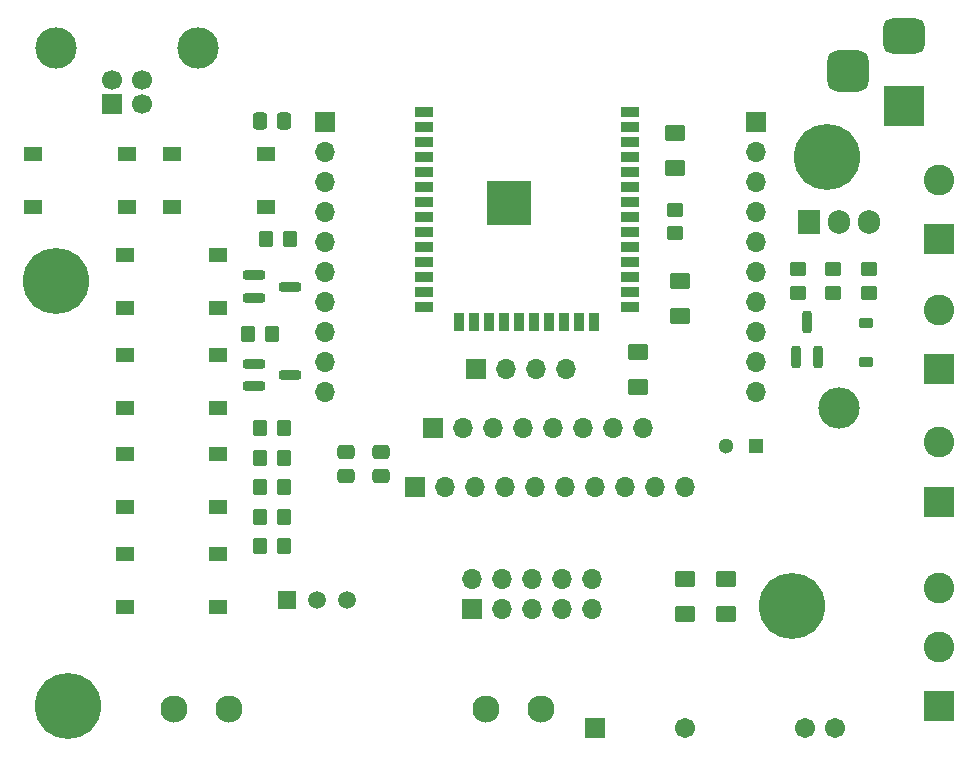
<source format=gbr>
%TF.GenerationSoftware,KiCad,Pcbnew,8.0.3*%
%TF.CreationDate,2024-06-29T17:40:48+07:00*%
%TF.ProjectId,solder-reflow,736f6c64-6572-42d7-9265-666c6f772e6b,rev?*%
%TF.SameCoordinates,Original*%
%TF.FileFunction,Soldermask,Top*%
%TF.FilePolarity,Negative*%
%FSLAX46Y46*%
G04 Gerber Fmt 4.6, Leading zero omitted, Abs format (unit mm)*
G04 Created by KiCad (PCBNEW 8.0.3) date 2024-06-29 17:40:48*
%MOMM*%
%LPD*%
G01*
G04 APERTURE LIST*
G04 Aperture macros list*
%AMRoundRect*
0 Rectangle with rounded corners*
0 $1 Rounding radius*
0 $2 $3 $4 $5 $6 $7 $8 $9 X,Y pos of 4 corners*
0 Add a 4 corners polygon primitive as box body*
4,1,4,$2,$3,$4,$5,$6,$7,$8,$9,$2,$3,0*
0 Add four circle primitives for the rounded corners*
1,1,$1+$1,$2,$3*
1,1,$1+$1,$4,$5*
1,1,$1+$1,$6,$7*
1,1,$1+$1,$8,$9*
0 Add four rect primitives between the rounded corners*
20,1,$1+$1,$2,$3,$4,$5,0*
20,1,$1+$1,$4,$5,$6,$7,0*
20,1,$1+$1,$6,$7,$8,$9,0*
20,1,$1+$1,$8,$9,$2,$3,0*%
G04 Aperture macros list end*
%ADD10RoundRect,0.250001X-0.624999X0.462499X-0.624999X-0.462499X0.624999X-0.462499X0.624999X0.462499X0*%
%ADD11RoundRect,0.250000X0.350000X0.450000X-0.350000X0.450000X-0.350000X-0.450000X0.350000X-0.450000X0*%
%ADD12C,5.600000*%
%ADD13RoundRect,0.250000X0.450000X-0.350000X0.450000X0.350000X-0.450000X0.350000X-0.450000X-0.350000X0*%
%ADD14R,1.500000X1.500000*%
%ADD15C,1.500000*%
%ADD16R,1.500000X0.900000*%
%ADD17R,0.900000X1.500000*%
%ADD18C,0.900000*%
%ADD19R,3.800000X3.800000*%
%ADD20RoundRect,0.250000X-0.350000X-0.450000X0.350000X-0.450000X0.350000X0.450000X-0.350000X0.450000X0*%
%ADD21R,1.700000X1.700000*%
%ADD22C,1.700000*%
%ADD23C,3.500000*%
%ADD24RoundRect,0.250000X-0.450000X0.350000X-0.450000X-0.350000X0.450000X-0.350000X0.450000X0.350000X0*%
%ADD25R,2.600000X2.600000*%
%ADD26C,2.600000*%
%ADD27R,1.550000X1.300000*%
%ADD28RoundRect,0.200000X-0.750000X-0.200000X0.750000X-0.200000X0.750000X0.200000X-0.750000X0.200000X0*%
%ADD29RoundRect,0.250000X-0.337500X-0.475000X0.337500X-0.475000X0.337500X0.475000X-0.337500X0.475000X0*%
%ADD30RoundRect,0.250000X0.475000X-0.337500X0.475000X0.337500X-0.475000X0.337500X-0.475000X-0.337500X0*%
%ADD31O,1.700000X1.700000*%
%ADD32R,1.300000X1.300000*%
%ADD33C,1.300000*%
%ADD34RoundRect,0.200000X0.200000X-0.750000X0.200000X0.750000X-0.200000X0.750000X-0.200000X-0.750000X0*%
%ADD35R,3.500000X3.500000*%
%ADD36RoundRect,0.750000X-1.000000X0.750000X-1.000000X-0.750000X1.000000X-0.750000X1.000000X0.750000X0*%
%ADD37RoundRect,0.875000X-0.875000X0.875000X-0.875000X-0.875000X0.875000X-0.875000X0.875000X0.875000X0*%
%ADD38RoundRect,0.225000X0.375000X-0.225000X0.375000X0.225000X-0.375000X0.225000X-0.375000X-0.225000X0*%
%ADD39RoundRect,0.250001X0.624999X-0.462499X0.624999X0.462499X-0.624999X0.462499X-0.624999X-0.462499X0*%
%ADD40RoundRect,0.102000X-0.754000X-0.754000X0.754000X-0.754000X0.754000X0.754000X-0.754000X0.754000X0*%
%ADD41C,1.712000*%
%ADD42C,2.300000*%
%ADD43O,3.500000X3.500000*%
%ADD44R,1.905000X2.000000*%
%ADD45O,1.905000X2.000000*%
G04 APERTURE END LIST*
D10*
%TO.C,D8*%
X156500000Y-95512500D03*
X156500000Y-98487500D03*
%TD*%
D11*
%TO.C,R9*%
X126500000Y-107000000D03*
X124500000Y-107000000D03*
%TD*%
D12*
%TO.C,H1*%
X107250000Y-89500000D03*
%TD*%
D13*
%TO.C,R23*%
X170050000Y-90500000D03*
X170050000Y-88500000D03*
%TD*%
D14*
%TO.C,U1*%
X126750000Y-116500000D03*
D15*
X129290000Y-116500000D03*
X131830000Y-116500000D03*
%TD*%
D16*
%TO.C,U6*%
X138340000Y-75240000D03*
X138340000Y-76510000D03*
X138340000Y-77780000D03*
X138340000Y-79050000D03*
X138340000Y-80320000D03*
X138340000Y-81590000D03*
X138340000Y-82860000D03*
X138340000Y-84130000D03*
X138340000Y-85400000D03*
X138340000Y-86670000D03*
X138340000Y-87940000D03*
X138340000Y-89210000D03*
X138340000Y-90480000D03*
X138340000Y-91750000D03*
D17*
X141380000Y-93000000D03*
X142650000Y-93000000D03*
X143920000Y-93000000D03*
X145190000Y-93000000D03*
X146460000Y-93000000D03*
X147730000Y-93000000D03*
X149000000Y-93000000D03*
X150270000Y-93000000D03*
X151540000Y-93000000D03*
X152810000Y-93000000D03*
D16*
X155840000Y-91750000D03*
X155840000Y-90480000D03*
X155840000Y-89210000D03*
X155840000Y-87940000D03*
X155840000Y-86670000D03*
X155840000Y-85400000D03*
X155840000Y-84130000D03*
X155840000Y-82860000D03*
X155840000Y-81590000D03*
X155840000Y-80320000D03*
X155840000Y-79050000D03*
X155840000Y-77780000D03*
X155840000Y-76510000D03*
X155840000Y-75240000D03*
D18*
X144190000Y-82260000D03*
X144190000Y-83660000D03*
X144890000Y-81560000D03*
X144890000Y-82960000D03*
X144890000Y-84360000D03*
X145565000Y-82260000D03*
X145565000Y-83660000D03*
D19*
X145590000Y-82960000D03*
D18*
X146290000Y-81560000D03*
X146290000Y-82960000D03*
X146290000Y-84360000D03*
X146990000Y-82260000D03*
X146990000Y-83660000D03*
%TD*%
D10*
%TO.C,D3*%
X159590000Y-77002500D03*
X159590000Y-79977500D03*
%TD*%
D20*
%TO.C,RA1*%
X124500000Y-109500000D03*
X126500000Y-109500000D03*
%TD*%
D21*
%TO.C,J6*%
X112000000Y-74500000D03*
D22*
X114500000Y-74500000D03*
X114500000Y-72500000D03*
X112000000Y-72500000D03*
D23*
X107230000Y-69790000D03*
X119270000Y-69790000D03*
%TD*%
D24*
%TO.C,R25*%
X176050000Y-88500000D03*
X176050000Y-90500000D03*
%TD*%
D25*
%TO.C,J3*%
X182000000Y-97000000D03*
D26*
X182000000Y-92000000D03*
%TD*%
D11*
%TO.C,R10*%
X125500000Y-94000000D03*
X123500000Y-94000000D03*
%TD*%
D27*
%TO.C,SW2*%
X105275000Y-78750000D03*
X113225000Y-78750000D03*
X105275000Y-83250000D03*
X113225000Y-83250000D03*
%TD*%
D12*
%TO.C,H2*%
X172500000Y-79000000D03*
%TD*%
D28*
%TO.C,Q3*%
X124000000Y-89050000D03*
X124000000Y-90950000D03*
X127000000Y-90000000D03*
%TD*%
D29*
%TO.C,C10*%
X124462500Y-76000000D03*
X126537500Y-76000000D03*
%TD*%
D27*
%TO.C,SW5*%
X113025000Y-95750000D03*
X120975000Y-95750000D03*
X113025000Y-100250000D03*
X120975000Y-100250000D03*
%TD*%
D28*
%TO.C,Q4*%
X124000000Y-96550000D03*
X124000000Y-98450000D03*
X127000000Y-97500000D03*
%TD*%
D27*
%TO.C,SW7*%
X113025000Y-112650000D03*
X120975000Y-112650000D03*
X113025000Y-117150000D03*
X120975000Y-117150000D03*
%TD*%
D30*
%TO.C,C3*%
X134750000Y-106037500D03*
X134750000Y-103962500D03*
%TD*%
D21*
%TO.C,J13*%
X142425000Y-117275000D03*
D31*
X142425000Y-114735000D03*
X144965000Y-117275000D03*
X144965000Y-114735000D03*
X147505000Y-117275000D03*
X147505000Y-114735000D03*
X150045000Y-117275000D03*
X150045000Y-114735000D03*
X152585000Y-117275000D03*
X152585000Y-114735000D03*
%TD*%
D30*
%TO.C,C1*%
X131750000Y-106037500D03*
X131750000Y-103962500D03*
%TD*%
D12*
%TO.C,H5*%
X108250000Y-125500000D03*
%TD*%
D21*
%TO.C,J11*%
X139125000Y-101975000D03*
D31*
X141665000Y-101975000D03*
X144205000Y-101975000D03*
X146745000Y-101975000D03*
X149285000Y-101975000D03*
X151825000Y-101975000D03*
X154365000Y-101975000D03*
X156905000Y-101975000D03*
%TD*%
D32*
%TO.C,TH1*%
X166500000Y-103500000D03*
D33*
X163960000Y-103500000D03*
%TD*%
D27*
%TO.C,SW6*%
X113025000Y-104200000D03*
X120975000Y-104200000D03*
X113025000Y-108700000D03*
X120975000Y-108700000D03*
%TD*%
D11*
%TO.C,R3*%
X126500000Y-102000000D03*
X124500000Y-102000000D03*
%TD*%
D20*
%TO.C,RB1*%
X124500000Y-112000000D03*
X126500000Y-112000000D03*
%TD*%
D24*
%TO.C,R22*%
X159590000Y-83490000D03*
X159590000Y-85490000D03*
%TD*%
D21*
%TO.C,J8*%
X166500000Y-76075000D03*
D31*
X166500000Y-78615000D03*
X166500000Y-81155000D03*
X166500000Y-83695000D03*
X166500000Y-86235000D03*
X166500000Y-88775000D03*
X166500000Y-91315000D03*
X166500000Y-93855000D03*
X166500000Y-96395000D03*
X166500000Y-98935000D03*
%TD*%
D25*
%TO.C,J1*%
X182000000Y-125500000D03*
D26*
X182000000Y-120500000D03*
X182000000Y-115500000D03*
%TD*%
D25*
%TO.C,J9*%
X182000000Y-86000000D03*
D26*
X182000000Y-81000000D03*
%TD*%
D27*
%TO.C,SW4*%
X113025000Y-87300000D03*
X120975000Y-87300000D03*
X113025000Y-91800000D03*
X120975000Y-91800000D03*
%TD*%
D11*
%TO.C,R7*%
X126999998Y-86000000D03*
X124999998Y-86000000D03*
%TD*%
D10*
%TO.C,D2*%
X163925000Y-114772500D03*
X163925000Y-117747500D03*
%TD*%
D21*
%TO.C,J2*%
X142790000Y-96990000D03*
D31*
X145330000Y-96990000D03*
X147870000Y-96990000D03*
X150410000Y-96990000D03*
%TD*%
D10*
%TO.C,D7*%
X160090000Y-89502500D03*
X160090000Y-92477500D03*
%TD*%
D11*
%TO.C,R8*%
X126500000Y-104500000D03*
X124500000Y-104500000D03*
%TD*%
D25*
%TO.C,J5*%
X182000000Y-108194674D03*
D26*
X182000000Y-103194674D03*
%TD*%
D21*
%TO.C,J7*%
X137575000Y-107000000D03*
D31*
X140115000Y-107000000D03*
X142655000Y-107000000D03*
X145195000Y-107000000D03*
X147735000Y-107000000D03*
X150275000Y-107000000D03*
X152815000Y-107000000D03*
X155355000Y-107000000D03*
X157895000Y-107000000D03*
X160435000Y-107000000D03*
%TD*%
D12*
%TO.C,H4*%
X169500000Y-117000000D03*
%TD*%
D27*
%TO.C,SW3*%
X117025000Y-78750000D03*
X124975000Y-78750000D03*
X117025000Y-83250000D03*
X124975000Y-83250000D03*
%TD*%
D34*
%TO.C,Q2*%
X169850000Y-96000000D03*
X171750000Y-96000000D03*
X170800000Y-93000000D03*
%TD*%
D35*
%TO.C,J4*%
X179000000Y-74750000D03*
D36*
X179000000Y-68750000D03*
D37*
X174300000Y-71750000D03*
%TD*%
D38*
%TO.C,D4*%
X175800000Y-96400000D03*
X175800000Y-93100000D03*
%TD*%
D13*
%TO.C,R24*%
X173000000Y-90500000D03*
X173000000Y-88500000D03*
%TD*%
D21*
%TO.C,J10*%
X130000000Y-76075000D03*
D31*
X130000000Y-78615000D03*
X130000000Y-81155000D03*
X130000000Y-83695000D03*
X130000000Y-86235000D03*
X130000000Y-88775000D03*
X130000000Y-91315000D03*
X130000000Y-93855000D03*
X130000000Y-96395000D03*
X130000000Y-98935000D03*
%TD*%
D39*
%TO.C,D5*%
X160515000Y-117737500D03*
X160515000Y-114762500D03*
%TD*%
D40*
%TO.C,K1*%
X152840000Y-127400000D03*
D41*
X160460000Y-127400000D03*
X170620000Y-127400000D03*
X173160000Y-127400000D03*
%TD*%
D42*
%TO.C,F1*%
X148250000Y-125750000D03*
X143650000Y-125750000D03*
X121850000Y-125750000D03*
X117250000Y-125750000D03*
%TD*%
D43*
%TO.C,U4*%
X173540000Y-100300000D03*
D44*
X171000000Y-84500000D03*
D45*
X173540000Y-84500000D03*
X176080000Y-84500000D03*
%TD*%
M02*

</source>
